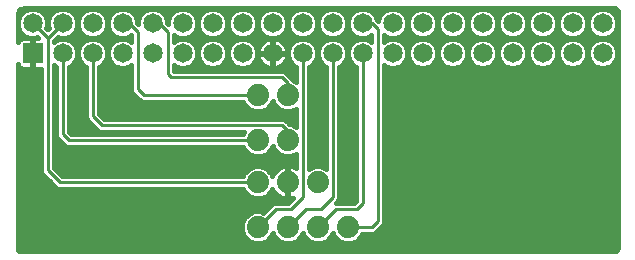
<source format=gbl>
G75*
%MOIN*%
%OFA0B0*%
%FSLAX24Y24*%
%IPPOS*%
%LPD*%
%AMOC8*
5,1,8,0,0,1.08239X$1,22.5*
%
%ADD10C,0.0650*%
%ADD11R,0.0650X0.0650*%
%ADD12C,0.0740*%
%ADD13C,0.0100*%
%ADD14C,0.0160*%
%ADD15C,0.0400*%
D10*
X002300Y007320D03*
X003300Y007320D03*
X004300Y007320D03*
X005300Y007320D03*
X006300Y007320D03*
X007300Y007320D03*
X008300Y007320D03*
X009300Y007320D03*
X010300Y007320D03*
X011300Y007320D03*
X012300Y007320D03*
X013300Y007320D03*
X014300Y007320D03*
X015300Y007320D03*
X016300Y007320D03*
X017300Y007320D03*
X018300Y007320D03*
X019300Y007320D03*
X020300Y007320D03*
X020300Y008320D03*
X019300Y008320D03*
X018300Y008320D03*
X017300Y008320D03*
X016300Y008320D03*
X015300Y008320D03*
X014300Y008320D03*
X013300Y008320D03*
X012300Y008320D03*
X011300Y008320D03*
X010300Y008320D03*
X009300Y008320D03*
X008300Y008320D03*
X007300Y008320D03*
X006300Y008320D03*
X005300Y008320D03*
X004300Y008320D03*
X003300Y008320D03*
X002300Y008320D03*
X001300Y008320D03*
D11*
X001300Y007320D03*
D12*
X008800Y005920D03*
X009800Y005920D03*
X009800Y004420D03*
X008800Y004420D03*
X008800Y003020D03*
X009800Y003020D03*
X010800Y003020D03*
X010800Y001520D03*
X009800Y001520D03*
X008800Y001520D03*
X011800Y001520D03*
D13*
X012600Y001520D01*
X012800Y001720D01*
X012800Y008120D01*
X012600Y008320D01*
X012300Y008320D01*
X012300Y007320D02*
X012300Y002320D01*
X012100Y002120D01*
X011400Y002120D01*
X010800Y001520D01*
X010400Y002120D02*
X009800Y001520D01*
X009400Y002120D02*
X008800Y001520D01*
X009400Y002120D02*
X009900Y002120D01*
X010300Y002520D01*
X010300Y007320D01*
X011300Y007320D02*
X011300Y002520D01*
X010900Y002120D01*
X010400Y002120D01*
X008800Y003020D02*
X002200Y003020D01*
X001800Y003420D01*
X001800Y007820D01*
X002300Y008320D01*
X001800Y007820D02*
X001300Y008320D01*
X002300Y007320D02*
X002300Y004620D01*
X002500Y004420D01*
X008800Y004420D01*
X009600Y004920D02*
X009800Y004720D01*
X009800Y004420D01*
X009600Y004920D02*
X003600Y004920D01*
X003300Y005220D01*
X003300Y007320D01*
X004500Y008320D02*
X004800Y008020D01*
X004800Y006120D01*
X005000Y005920D01*
X008800Y005920D01*
X009800Y005920D02*
X009800Y006320D01*
X009600Y006520D01*
X005900Y006520D01*
X005800Y006620D01*
X005800Y008020D01*
X005500Y008320D01*
X005300Y008320D01*
X004500Y008320D02*
X004300Y008320D01*
X013850Y004070D02*
X013850Y002670D01*
X013850Y004070D02*
X013955Y004175D01*
X016068Y004175D01*
D14*
X000817Y000764D02*
X000802Y000800D01*
X000800Y000820D01*
X000800Y006953D01*
X000807Y006926D01*
X000831Y006884D01*
X000864Y006851D01*
X000906Y006827D01*
X000951Y006815D01*
X001280Y006815D01*
X001280Y007300D01*
X001320Y007300D01*
X001320Y006815D01*
X001590Y006815D01*
X001590Y003333D01*
X001713Y003210D01*
X002113Y002810D01*
X008313Y002810D01*
X008351Y002720D01*
X008500Y002571D01*
X008695Y002490D01*
X008905Y002490D01*
X009100Y002571D01*
X009249Y002720D01*
X009289Y002814D01*
X009290Y002809D01*
X009330Y002732D01*
X009380Y002662D01*
X009442Y002600D01*
X009512Y002550D01*
X009589Y002510D01*
X009671Y002484D01*
X009757Y002470D01*
X009780Y002470D01*
X009780Y003000D01*
X009820Y003000D01*
X009820Y002470D01*
X009843Y002470D01*
X009929Y002484D01*
X009985Y002502D01*
X009813Y002330D01*
X009313Y002330D01*
X008996Y002013D01*
X008905Y002050D01*
X008695Y002050D01*
X008500Y001969D01*
X008351Y001820D01*
X008270Y001625D01*
X008270Y001415D01*
X008351Y001220D01*
X008500Y001071D01*
X008695Y000990D01*
X008905Y000990D01*
X009100Y001071D01*
X009249Y001220D01*
X009300Y001342D01*
X009351Y001220D01*
X009500Y001071D01*
X009695Y000990D01*
X009905Y000990D01*
X010100Y001071D01*
X010249Y001220D01*
X010300Y001342D01*
X010351Y001220D01*
X010500Y001071D01*
X010695Y000990D01*
X010905Y000990D01*
X011100Y001071D01*
X011249Y001220D01*
X011300Y001342D01*
X011351Y001220D01*
X011500Y001071D01*
X011695Y000990D01*
X011905Y000990D01*
X012100Y001071D01*
X012249Y001220D01*
X012287Y001310D01*
X012687Y001310D01*
X012810Y001433D01*
X013010Y001633D01*
X013010Y006924D01*
X013025Y006909D01*
X013204Y006835D01*
X013396Y006835D01*
X013575Y006909D01*
X013711Y007045D01*
X013785Y007224D01*
X013785Y007416D01*
X013711Y007595D01*
X013575Y007731D01*
X013396Y007805D01*
X013204Y007805D01*
X013025Y007731D01*
X013010Y007716D01*
X013010Y007924D01*
X013025Y007909D01*
X013204Y007835D01*
X013396Y007835D01*
X013575Y007909D01*
X013711Y008045D01*
X013785Y008224D01*
X013785Y008416D01*
X013711Y008595D01*
X013575Y008731D01*
X013396Y008805D01*
X013204Y008805D01*
X013025Y008731D01*
X012889Y008595D01*
X012815Y008416D01*
X012815Y008402D01*
X012774Y008443D01*
X012711Y008595D01*
X012575Y008731D01*
X012396Y008805D01*
X012204Y008805D01*
X012025Y008731D01*
X011889Y008595D01*
X011815Y008416D01*
X011815Y008224D01*
X011889Y008045D01*
X012025Y007909D01*
X012204Y007835D01*
X012396Y007835D01*
X012575Y007909D01*
X012590Y007924D01*
X012590Y007716D01*
X012575Y007731D01*
X012396Y007805D01*
X012204Y007805D01*
X012025Y007731D01*
X011889Y007595D01*
X011815Y007416D01*
X011815Y007224D01*
X011889Y007045D01*
X012025Y006909D01*
X012090Y006882D01*
X012090Y002407D01*
X012013Y002330D01*
X011407Y002330D01*
X011510Y002433D01*
X011510Y006882D01*
X011575Y006909D01*
X011711Y007045D01*
X011785Y007224D01*
X011785Y007416D01*
X011711Y007595D01*
X011575Y007731D01*
X011396Y007805D01*
X011204Y007805D01*
X011025Y007731D01*
X010889Y007595D01*
X010815Y007416D01*
X010815Y007224D01*
X010889Y007045D01*
X011025Y006909D01*
X011090Y006882D01*
X011090Y003474D01*
X010905Y003550D01*
X010695Y003550D01*
X010510Y003474D01*
X010510Y006882D01*
X010575Y006909D01*
X010711Y007045D01*
X010785Y007224D01*
X010785Y007416D01*
X010711Y007595D01*
X010575Y007731D01*
X010396Y007805D01*
X010204Y007805D01*
X010025Y007731D01*
X009889Y007595D01*
X009815Y007416D01*
X009815Y007224D01*
X009889Y007045D01*
X010025Y006909D01*
X010090Y006882D01*
X010090Y006374D01*
X010010Y006407D01*
X009887Y006530D01*
X009687Y006730D01*
X006010Y006730D01*
X006010Y006924D01*
X006025Y006909D01*
X006204Y006835D01*
X006396Y006835D01*
X006575Y006909D01*
X006711Y007045D01*
X006785Y007224D01*
X006785Y007416D01*
X006711Y007595D01*
X006575Y007731D01*
X006396Y007805D01*
X006204Y007805D01*
X006025Y007731D01*
X006010Y007716D01*
X006010Y007924D01*
X006025Y007909D01*
X006204Y007835D01*
X006396Y007835D01*
X006575Y007909D01*
X006711Y008045D01*
X006785Y008224D01*
X006785Y008416D01*
X006711Y008595D01*
X006575Y008731D01*
X006396Y008805D01*
X006204Y008805D01*
X006025Y008731D01*
X005889Y008595D01*
X005815Y008416D01*
X005815Y008302D01*
X005785Y008332D01*
X005785Y008416D01*
X005711Y008595D01*
X005575Y008731D01*
X005396Y008805D01*
X005204Y008805D01*
X005025Y008731D01*
X004889Y008595D01*
X004815Y008416D01*
X004815Y008302D01*
X004785Y008332D01*
X004785Y008416D01*
X004711Y008595D01*
X004575Y008731D01*
X004396Y008805D01*
X004204Y008805D01*
X004025Y008731D01*
X003889Y008595D01*
X003815Y008416D01*
X003815Y008224D01*
X003889Y008045D01*
X004025Y007909D01*
X004204Y007835D01*
X004396Y007835D01*
X004575Y007909D01*
X004590Y007924D01*
X004590Y007716D01*
X004575Y007731D01*
X004396Y007805D01*
X004204Y007805D01*
X004025Y007731D01*
X003889Y007595D01*
X003815Y007416D01*
X003815Y007224D01*
X003889Y007045D01*
X004025Y006909D01*
X004204Y006835D01*
X004396Y006835D01*
X004575Y006909D01*
X004590Y006924D01*
X004590Y006033D01*
X004790Y005833D01*
X004913Y005710D01*
X008313Y005710D01*
X008351Y005620D01*
X008500Y005471D01*
X008695Y005390D01*
X008905Y005390D01*
X009100Y005471D01*
X009249Y005620D01*
X009300Y005742D01*
X009351Y005620D01*
X009500Y005471D01*
X009695Y005390D01*
X009905Y005390D01*
X010090Y005466D01*
X010090Y004874D01*
X009905Y004950D01*
X009867Y004950D01*
X009687Y005130D01*
X003687Y005130D01*
X003510Y005307D01*
X003510Y006882D01*
X003575Y006909D01*
X003711Y007045D01*
X003785Y007224D01*
X003785Y007416D01*
X003711Y007595D01*
X003575Y007731D01*
X003396Y007805D01*
X003204Y007805D01*
X003025Y007731D01*
X002889Y007595D01*
X002815Y007416D01*
X002815Y007224D01*
X002889Y007045D01*
X003025Y006909D01*
X003090Y006882D01*
X003090Y005133D01*
X003390Y004833D01*
X003513Y004710D01*
X008346Y004710D01*
X008313Y004630D01*
X002587Y004630D01*
X002510Y004707D01*
X002510Y006882D01*
X002575Y006909D01*
X002711Y007045D01*
X002785Y007224D01*
X002785Y007416D01*
X002711Y007595D01*
X002575Y007731D01*
X002396Y007805D01*
X002204Y007805D01*
X002025Y007731D01*
X002010Y007716D01*
X002010Y007733D01*
X002139Y007862D01*
X002204Y007835D01*
X002396Y007835D01*
X002575Y007909D01*
X002711Y008045D01*
X002785Y008224D01*
X002785Y008416D01*
X002711Y008595D01*
X002575Y008731D01*
X002396Y008805D01*
X002204Y008805D01*
X002025Y008731D01*
X001889Y008595D01*
X001815Y008416D01*
X001815Y008224D01*
X001842Y008159D01*
X001800Y008117D01*
X001758Y008159D01*
X001785Y008224D01*
X001785Y008416D01*
X001711Y008595D01*
X001575Y008731D01*
X001396Y008805D01*
X001204Y008805D01*
X001025Y008731D01*
X000889Y008595D01*
X000815Y008416D01*
X000815Y008224D01*
X000889Y008045D01*
X001025Y007909D01*
X001204Y007835D01*
X001396Y007835D01*
X001461Y007862D01*
X001498Y007825D01*
X001320Y007825D01*
X001320Y007340D01*
X001280Y007340D01*
X001280Y007825D01*
X000951Y007825D01*
X000906Y007813D01*
X000864Y007789D01*
X000831Y007756D01*
X000807Y007714D01*
X000800Y007687D01*
X000800Y008620D01*
X000804Y008659D01*
X000834Y008731D01*
X000889Y008786D01*
X000961Y008816D01*
X001000Y008820D01*
X020700Y008820D01*
X020720Y008818D01*
X020756Y008803D01*
X020783Y008776D01*
X020798Y008740D01*
X020800Y008720D01*
X020800Y000820D01*
X020798Y000800D01*
X020783Y000764D01*
X020756Y000737D01*
X020720Y000722D01*
X020700Y000720D01*
X000900Y000720D01*
X000880Y000722D01*
X000844Y000737D01*
X000817Y000764D01*
X000800Y000837D02*
X020800Y000837D01*
X020800Y000996D02*
X011919Y000996D01*
X011681Y000996D02*
X010919Y000996D01*
X010681Y000996D02*
X009919Y000996D01*
X009681Y000996D02*
X008919Y000996D01*
X009184Y001154D02*
X009416Y001154D01*
X009312Y001313D02*
X009288Y001313D01*
X008681Y000996D02*
X000800Y000996D01*
X000800Y001154D02*
X008416Y001154D01*
X008312Y001313D02*
X000800Y001313D01*
X000800Y001471D02*
X008270Y001471D01*
X008272Y001630D02*
X000800Y001630D01*
X000800Y001788D02*
X008337Y001788D01*
X008477Y001947D02*
X000800Y001947D01*
X000800Y002105D02*
X009088Y002105D01*
X009247Y002264D02*
X000800Y002264D01*
X000800Y002422D02*
X009905Y002422D01*
X009820Y002581D02*
X009780Y002581D01*
X009780Y002739D02*
X009820Y002739D01*
X009820Y002898D02*
X009780Y002898D01*
X009780Y003040D02*
X009780Y003570D01*
X009757Y003570D01*
X009671Y003556D01*
X009589Y003530D01*
X009512Y003490D01*
X009442Y003440D01*
X009380Y003378D01*
X009330Y003308D01*
X009290Y003231D01*
X009289Y003226D01*
X009249Y003320D01*
X009100Y003469D01*
X008905Y003550D01*
X008695Y003550D01*
X008500Y003469D01*
X008351Y003320D01*
X008313Y003230D01*
X002287Y003230D01*
X002010Y003507D01*
X002010Y006924D01*
X002025Y006909D01*
X002090Y006882D01*
X002090Y004533D01*
X002290Y004333D01*
X002413Y004210D01*
X008313Y004210D01*
X008351Y004120D01*
X008500Y003971D01*
X008695Y003890D01*
X008905Y003890D01*
X009100Y003971D01*
X009249Y004120D01*
X009300Y004242D01*
X009351Y004120D01*
X009500Y003971D01*
X009695Y003890D01*
X009905Y003890D01*
X010090Y003966D01*
X010090Y003489D01*
X010088Y003490D01*
X010011Y003530D01*
X009929Y003556D01*
X009843Y003570D01*
X009820Y003570D01*
X009820Y003040D01*
X009780Y003040D01*
X009780Y003056D02*
X009820Y003056D01*
X009820Y003215D02*
X009780Y003215D01*
X009780Y003373D02*
X009820Y003373D01*
X009820Y003532D02*
X009780Y003532D01*
X009594Y003532D02*
X008950Y003532D01*
X009197Y003373D02*
X009377Y003373D01*
X010006Y003532D02*
X010090Y003532D01*
X010090Y003690D02*
X002010Y003690D01*
X002010Y003849D02*
X010090Y003849D01*
X010510Y003849D02*
X011090Y003849D01*
X011090Y003690D02*
X010510Y003690D01*
X010510Y003532D02*
X010650Y003532D01*
X010950Y003532D02*
X011090Y003532D01*
X011510Y003532D02*
X012090Y003532D01*
X012090Y003690D02*
X011510Y003690D01*
X011510Y003849D02*
X012090Y003849D01*
X012090Y004007D02*
X011510Y004007D01*
X011510Y004166D02*
X012090Y004166D01*
X012090Y004324D02*
X011510Y004324D01*
X011510Y004483D02*
X012090Y004483D01*
X012090Y004641D02*
X011510Y004641D01*
X011510Y004800D02*
X012090Y004800D01*
X012090Y004958D02*
X011510Y004958D01*
X011510Y005117D02*
X012090Y005117D01*
X012090Y005275D02*
X011510Y005275D01*
X011510Y005434D02*
X012090Y005434D01*
X012090Y005592D02*
X011510Y005592D01*
X011510Y005751D02*
X012090Y005751D01*
X012090Y005909D02*
X011510Y005909D01*
X011510Y006068D02*
X012090Y006068D01*
X012090Y006226D02*
X011510Y006226D01*
X011510Y006385D02*
X012090Y006385D01*
X012090Y006543D02*
X011510Y006543D01*
X011510Y006702D02*
X012090Y006702D01*
X012090Y006860D02*
X011510Y006860D01*
X011684Y007019D02*
X011916Y007019D01*
X011834Y007177D02*
X011766Y007177D01*
X011785Y007336D02*
X011815Y007336D01*
X011847Y007494D02*
X011753Y007494D01*
X011653Y007653D02*
X011947Y007653D01*
X011575Y007909D02*
X011711Y008045D01*
X011785Y008224D01*
X011785Y008416D01*
X011711Y008595D01*
X011575Y008731D01*
X011396Y008805D01*
X011204Y008805D01*
X011025Y008731D01*
X010889Y008595D01*
X010815Y008416D01*
X010815Y008224D01*
X010889Y008045D01*
X011025Y007909D01*
X011204Y007835D01*
X011396Y007835D01*
X011575Y007909D01*
X011635Y007970D02*
X011965Y007970D01*
X011855Y008128D02*
X011745Y008128D01*
X011785Y008287D02*
X011815Y008287D01*
X011827Y008445D02*
X011773Y008445D01*
X011702Y008604D02*
X011898Y008604D01*
X012100Y008762D02*
X011500Y008762D01*
X011100Y008762D02*
X010500Y008762D01*
X010575Y008731D02*
X010396Y008805D01*
X010204Y008805D01*
X010025Y008731D01*
X009889Y008595D01*
X009815Y008416D01*
X009815Y008224D01*
X009889Y008045D01*
X010025Y007909D01*
X010204Y007835D01*
X010396Y007835D01*
X010575Y007909D01*
X010711Y008045D01*
X010785Y008224D01*
X010785Y008416D01*
X010711Y008595D01*
X010575Y008731D01*
X010702Y008604D02*
X010898Y008604D01*
X010827Y008445D02*
X010773Y008445D01*
X010785Y008287D02*
X010815Y008287D01*
X010855Y008128D02*
X010745Y008128D01*
X010635Y007970D02*
X010965Y007970D01*
X010947Y007653D02*
X010653Y007653D01*
X010753Y007494D02*
X010847Y007494D01*
X010815Y007336D02*
X010785Y007336D01*
X010766Y007177D02*
X010834Y007177D01*
X010916Y007019D02*
X010684Y007019D01*
X010510Y006860D02*
X011090Y006860D01*
X011090Y006702D02*
X010510Y006702D01*
X010510Y006543D02*
X011090Y006543D01*
X011090Y006385D02*
X010510Y006385D01*
X010510Y006226D02*
X011090Y006226D01*
X011090Y006068D02*
X010510Y006068D01*
X010510Y005909D02*
X011090Y005909D01*
X011090Y005751D02*
X010510Y005751D01*
X010510Y005592D02*
X011090Y005592D01*
X011090Y005434D02*
X010510Y005434D01*
X010510Y005275D02*
X011090Y005275D01*
X011090Y005117D02*
X010510Y005117D01*
X010510Y004958D02*
X011090Y004958D01*
X011090Y004800D02*
X010510Y004800D01*
X010510Y004641D02*
X011090Y004641D01*
X011090Y004483D02*
X010510Y004483D01*
X010510Y004324D02*
X011090Y004324D01*
X011090Y004166D02*
X010510Y004166D01*
X010510Y004007D02*
X011090Y004007D01*
X011510Y003373D02*
X012090Y003373D01*
X012090Y003215D02*
X011510Y003215D01*
X011510Y003056D02*
X012090Y003056D01*
X012090Y002898D02*
X011510Y002898D01*
X011510Y002739D02*
X012090Y002739D01*
X012090Y002581D02*
X011510Y002581D01*
X011499Y002422D02*
X012090Y002422D01*
X013010Y002422D02*
X020800Y002422D01*
X020800Y002264D02*
X013010Y002264D01*
X013010Y002105D02*
X020800Y002105D01*
X020800Y001947D02*
X013010Y001947D01*
X013010Y001788D02*
X020800Y001788D01*
X020800Y001630D02*
X013006Y001630D01*
X012848Y001471D02*
X020800Y001471D01*
X020800Y001313D02*
X012689Y001313D01*
X012184Y001154D02*
X020800Y001154D01*
X020800Y002581D02*
X013010Y002581D01*
X013010Y002739D02*
X020800Y002739D01*
X020800Y002898D02*
X013010Y002898D01*
X013010Y003056D02*
X020800Y003056D01*
X020800Y003215D02*
X013010Y003215D01*
X013010Y003373D02*
X020800Y003373D01*
X020800Y003532D02*
X013010Y003532D01*
X013010Y003690D02*
X020800Y003690D01*
X020800Y003849D02*
X013010Y003849D01*
X013010Y004007D02*
X020800Y004007D01*
X020800Y004166D02*
X013010Y004166D01*
X013010Y004324D02*
X020800Y004324D01*
X020800Y004483D02*
X013010Y004483D01*
X013010Y004641D02*
X020800Y004641D01*
X020800Y004800D02*
X013010Y004800D01*
X013010Y004958D02*
X020800Y004958D01*
X020800Y005117D02*
X013010Y005117D01*
X013010Y005275D02*
X020800Y005275D01*
X020800Y005434D02*
X013010Y005434D01*
X013010Y005592D02*
X020800Y005592D01*
X020800Y005751D02*
X013010Y005751D01*
X013010Y005909D02*
X020800Y005909D01*
X020800Y006068D02*
X013010Y006068D01*
X013010Y006226D02*
X020800Y006226D01*
X020800Y006385D02*
X013010Y006385D01*
X013010Y006543D02*
X020800Y006543D01*
X020800Y006702D02*
X013010Y006702D01*
X013010Y006860D02*
X013143Y006860D01*
X013457Y006860D02*
X014143Y006860D01*
X014204Y006835D02*
X014025Y006909D01*
X013889Y007045D01*
X013815Y007224D01*
X013815Y007416D01*
X013889Y007595D01*
X014025Y007731D01*
X014204Y007805D01*
X014396Y007805D01*
X014575Y007731D01*
X014711Y007595D01*
X014785Y007416D01*
X014785Y007224D01*
X014711Y007045D01*
X014575Y006909D01*
X014396Y006835D01*
X014204Y006835D01*
X014457Y006860D02*
X015143Y006860D01*
X015204Y006835D02*
X015396Y006835D01*
X015575Y006909D01*
X015711Y007045D01*
X015785Y007224D01*
X015785Y007416D01*
X015711Y007595D01*
X015575Y007731D01*
X015396Y007805D01*
X015204Y007805D01*
X015025Y007731D01*
X014889Y007595D01*
X014815Y007416D01*
X014815Y007224D01*
X014889Y007045D01*
X015025Y006909D01*
X015204Y006835D01*
X015457Y006860D02*
X016143Y006860D01*
X016204Y006835D02*
X016396Y006835D01*
X016575Y006909D01*
X016711Y007045D01*
X016785Y007224D01*
X016785Y007416D01*
X016711Y007595D01*
X016575Y007731D01*
X016396Y007805D01*
X016204Y007805D01*
X016025Y007731D01*
X015889Y007595D01*
X015815Y007416D01*
X015815Y007224D01*
X015889Y007045D01*
X016025Y006909D01*
X016204Y006835D01*
X016457Y006860D02*
X017143Y006860D01*
X017204Y006835D02*
X017025Y006909D01*
X016889Y007045D01*
X016815Y007224D01*
X016815Y007416D01*
X016889Y007595D01*
X017025Y007731D01*
X017204Y007805D01*
X017396Y007805D01*
X017575Y007731D01*
X017711Y007595D01*
X017785Y007416D01*
X017785Y007224D01*
X017711Y007045D01*
X017575Y006909D01*
X017396Y006835D01*
X017204Y006835D01*
X017457Y006860D02*
X018143Y006860D01*
X018204Y006835D02*
X018396Y006835D01*
X018575Y006909D01*
X018711Y007045D01*
X018785Y007224D01*
X018785Y007416D01*
X018711Y007595D01*
X018575Y007731D01*
X018396Y007805D01*
X018204Y007805D01*
X018025Y007731D01*
X017889Y007595D01*
X017815Y007416D01*
X017815Y007224D01*
X017889Y007045D01*
X018025Y006909D01*
X018204Y006835D01*
X018457Y006860D02*
X019143Y006860D01*
X019204Y006835D02*
X019396Y006835D01*
X019575Y006909D01*
X019711Y007045D01*
X019785Y007224D01*
X019785Y007416D01*
X019711Y007595D01*
X019575Y007731D01*
X019396Y007805D01*
X019204Y007805D01*
X019025Y007731D01*
X018889Y007595D01*
X018815Y007416D01*
X018815Y007224D01*
X018889Y007045D01*
X019025Y006909D01*
X019204Y006835D01*
X019457Y006860D02*
X020143Y006860D01*
X020204Y006835D02*
X020396Y006835D01*
X020575Y006909D01*
X020711Y007045D01*
X020785Y007224D01*
X020785Y007416D01*
X020711Y007595D01*
X020575Y007731D01*
X020396Y007805D01*
X020204Y007805D01*
X020025Y007731D01*
X019889Y007595D01*
X019815Y007416D01*
X019815Y007224D01*
X019889Y007045D01*
X020025Y006909D01*
X020204Y006835D01*
X020457Y006860D02*
X020800Y006860D01*
X020800Y007019D02*
X020684Y007019D01*
X020766Y007177D02*
X020800Y007177D01*
X020785Y007336D02*
X020800Y007336D01*
X020800Y007494D02*
X020753Y007494D01*
X020800Y007653D02*
X020653Y007653D01*
X020800Y007811D02*
X013010Y007811D01*
X012590Y007811D02*
X009423Y007811D01*
X009418Y007813D02*
X009340Y007825D01*
X009320Y007825D01*
X009320Y007340D01*
X009805Y007340D01*
X009805Y007360D01*
X009793Y007438D01*
X009768Y007514D01*
X009732Y007585D01*
X009685Y007649D01*
X009629Y007705D01*
X009565Y007752D01*
X009494Y007788D01*
X009418Y007813D01*
X009396Y007835D02*
X009575Y007909D01*
X009711Y008045D01*
X009785Y008224D01*
X009785Y008416D01*
X009711Y008595D01*
X009575Y008731D01*
X009396Y008805D01*
X009204Y008805D01*
X009025Y008731D01*
X008889Y008595D01*
X008815Y008416D01*
X008815Y008224D01*
X008889Y008045D01*
X009025Y007909D01*
X009204Y007835D01*
X009396Y007835D01*
X009320Y007811D02*
X009280Y007811D01*
X009280Y007825D02*
X009260Y007825D01*
X009182Y007813D01*
X009106Y007788D01*
X009035Y007752D01*
X008971Y007705D01*
X008915Y007649D01*
X008868Y007585D01*
X008832Y007514D01*
X008807Y007438D01*
X008795Y007360D01*
X008795Y007340D01*
X009280Y007340D01*
X009280Y007825D01*
X009177Y007811D02*
X006010Y007811D01*
X006635Y007970D02*
X006965Y007970D01*
X007025Y007909D02*
X006889Y008045D01*
X006815Y008224D01*
X006815Y008416D01*
X006889Y008595D01*
X007025Y008731D01*
X007204Y008805D01*
X007396Y008805D01*
X007575Y008731D01*
X007711Y008595D01*
X007785Y008416D01*
X007785Y008224D01*
X007711Y008045D01*
X007575Y007909D01*
X007396Y007835D01*
X007204Y007835D01*
X007025Y007909D01*
X007025Y007731D02*
X007204Y007805D01*
X007396Y007805D01*
X007575Y007731D01*
X007711Y007595D01*
X007785Y007416D01*
X007785Y007224D01*
X007711Y007045D01*
X007575Y006909D01*
X007396Y006835D01*
X007204Y006835D01*
X007025Y006909D01*
X006889Y007045D01*
X006815Y007224D01*
X006815Y007416D01*
X006889Y007595D01*
X007025Y007731D01*
X006947Y007653D02*
X006653Y007653D01*
X006753Y007494D02*
X006847Y007494D01*
X006815Y007336D02*
X006785Y007336D01*
X006766Y007177D02*
X006834Y007177D01*
X006916Y007019D02*
X006684Y007019D01*
X006457Y006860D02*
X007143Y006860D01*
X007457Y006860D02*
X008143Y006860D01*
X008204Y006835D02*
X008396Y006835D01*
X008575Y006909D01*
X008711Y007045D01*
X008785Y007224D01*
X008785Y007416D01*
X008711Y007595D01*
X008575Y007731D01*
X008396Y007805D01*
X008204Y007805D01*
X008025Y007731D01*
X007889Y007595D01*
X007815Y007416D01*
X007815Y007224D01*
X007889Y007045D01*
X008025Y006909D01*
X008204Y006835D01*
X008457Y006860D02*
X009090Y006860D01*
X009106Y006852D02*
X009182Y006827D01*
X009260Y006815D01*
X009280Y006815D01*
X009280Y007300D01*
X009320Y007300D01*
X009320Y007340D01*
X009280Y007340D01*
X009280Y007300D01*
X008795Y007300D01*
X008795Y007280D01*
X008807Y007202D01*
X008832Y007126D01*
X008868Y007055D01*
X008915Y006991D01*
X008971Y006935D01*
X009035Y006888D01*
X009106Y006852D01*
X009280Y006860D02*
X009320Y006860D01*
X009320Y006815D02*
X009340Y006815D01*
X009418Y006827D01*
X009494Y006852D01*
X009565Y006888D01*
X009629Y006935D01*
X009685Y006991D01*
X009732Y007055D01*
X009768Y007126D01*
X009793Y007202D01*
X009805Y007280D01*
X009805Y007300D01*
X009320Y007300D01*
X009320Y006815D01*
X009510Y006860D02*
X010090Y006860D01*
X010090Y006702D02*
X009715Y006702D01*
X009874Y006543D02*
X010090Y006543D01*
X010010Y006407D02*
X010010Y006407D01*
X010064Y006385D02*
X010090Y006385D01*
X009916Y007019D02*
X009705Y007019D01*
X009320Y007019D02*
X009280Y007019D01*
X009280Y007177D02*
X009320Y007177D01*
X009320Y007336D02*
X009815Y007336D01*
X009834Y007177D02*
X009785Y007177D01*
X009774Y007494D02*
X009847Y007494D01*
X009947Y007653D02*
X009682Y007653D01*
X009320Y007653D02*
X009280Y007653D01*
X009280Y007494D02*
X009320Y007494D01*
X009280Y007336D02*
X008785Y007336D01*
X008766Y007177D02*
X008815Y007177D01*
X008895Y007019D02*
X008684Y007019D01*
X007916Y007019D02*
X007684Y007019D01*
X007766Y007177D02*
X007834Y007177D01*
X007815Y007336D02*
X007785Y007336D01*
X007753Y007494D02*
X007847Y007494D01*
X007947Y007653D02*
X007653Y007653D01*
X008025Y007909D02*
X008204Y007835D01*
X008396Y007835D01*
X008575Y007909D01*
X008711Y008045D01*
X008785Y008224D01*
X008785Y008416D01*
X008711Y008595D01*
X008575Y008731D01*
X008396Y008805D01*
X008204Y008805D01*
X008025Y008731D01*
X007889Y008595D01*
X007815Y008416D01*
X007815Y008224D01*
X007889Y008045D01*
X008025Y007909D01*
X007965Y007970D02*
X007635Y007970D01*
X007745Y008128D02*
X007855Y008128D01*
X007815Y008287D02*
X007785Y008287D01*
X007773Y008445D02*
X007827Y008445D01*
X007898Y008604D02*
X007702Y008604D01*
X007500Y008762D02*
X008100Y008762D01*
X008500Y008762D02*
X009100Y008762D01*
X008898Y008604D02*
X008702Y008604D01*
X008773Y008445D02*
X008827Y008445D01*
X008815Y008287D02*
X008785Y008287D01*
X008745Y008128D02*
X008855Y008128D01*
X008965Y007970D02*
X008635Y007970D01*
X008653Y007653D02*
X008918Y007653D01*
X008826Y007494D02*
X008753Y007494D01*
X009635Y007970D02*
X009965Y007970D01*
X009855Y008128D02*
X009745Y008128D01*
X009785Y008287D02*
X009815Y008287D01*
X009827Y008445D02*
X009773Y008445D01*
X009702Y008604D02*
X009898Y008604D01*
X010100Y008762D02*
X009500Y008762D01*
X007100Y008762D02*
X006500Y008762D01*
X006702Y008604D02*
X006898Y008604D01*
X006827Y008445D02*
X006773Y008445D01*
X006785Y008287D02*
X006815Y008287D01*
X006855Y008128D02*
X006745Y008128D01*
X005827Y008445D02*
X005773Y008445D01*
X005702Y008604D02*
X005898Y008604D01*
X006100Y008762D02*
X005500Y008762D01*
X005100Y008762D02*
X004500Y008762D01*
X004702Y008604D02*
X004898Y008604D01*
X004827Y008445D02*
X004773Y008445D01*
X004100Y008762D02*
X003500Y008762D01*
X003575Y008731D02*
X003396Y008805D01*
X003204Y008805D01*
X003025Y008731D01*
X002889Y008595D01*
X002815Y008416D01*
X002815Y008224D01*
X002889Y008045D01*
X003025Y007909D01*
X003204Y007835D01*
X003396Y007835D01*
X003575Y007909D01*
X003711Y008045D01*
X003785Y008224D01*
X003785Y008416D01*
X003711Y008595D01*
X003575Y008731D01*
X003702Y008604D02*
X003898Y008604D01*
X003827Y008445D02*
X003773Y008445D01*
X003785Y008287D02*
X003815Y008287D01*
X003855Y008128D02*
X003745Y008128D01*
X003635Y007970D02*
X003965Y007970D01*
X004590Y007811D02*
X002088Y007811D01*
X001811Y008128D02*
X001789Y008128D01*
X001785Y008287D02*
X001815Y008287D01*
X001827Y008445D02*
X001773Y008445D01*
X001702Y008604D02*
X001898Y008604D01*
X002100Y008762D02*
X001500Y008762D01*
X001100Y008762D02*
X000865Y008762D01*
X000898Y008604D02*
X000800Y008604D01*
X000800Y008445D02*
X000827Y008445D01*
X000815Y008287D02*
X000800Y008287D01*
X000800Y008128D02*
X000855Y008128D01*
X000800Y007970D02*
X000965Y007970D01*
X000903Y007811D02*
X000800Y007811D01*
X001280Y007811D02*
X001320Y007811D01*
X001320Y007653D02*
X001280Y007653D01*
X001280Y007494D02*
X001320Y007494D01*
X001320Y007177D02*
X001280Y007177D01*
X001280Y007019D02*
X001320Y007019D01*
X001320Y006860D02*
X001280Y006860D01*
X001590Y006702D02*
X000800Y006702D01*
X000800Y006860D02*
X000855Y006860D01*
X000800Y006543D02*
X001590Y006543D01*
X001590Y006385D02*
X000800Y006385D01*
X000800Y006226D02*
X001590Y006226D01*
X001590Y006068D02*
X000800Y006068D01*
X000800Y005909D02*
X001590Y005909D01*
X001590Y005751D02*
X000800Y005751D01*
X000800Y005592D02*
X001590Y005592D01*
X001590Y005434D02*
X000800Y005434D01*
X000800Y005275D02*
X001590Y005275D01*
X001590Y005117D02*
X000800Y005117D01*
X000800Y004958D02*
X001590Y004958D01*
X001590Y004800D02*
X000800Y004800D01*
X000800Y004641D02*
X001590Y004641D01*
X001590Y004483D02*
X000800Y004483D01*
X000800Y004324D02*
X001590Y004324D01*
X001590Y004166D02*
X000800Y004166D01*
X000800Y004007D02*
X001590Y004007D01*
X001590Y003849D02*
X000800Y003849D01*
X000800Y003690D02*
X001590Y003690D01*
X001590Y003532D02*
X000800Y003532D01*
X000800Y003373D02*
X001590Y003373D01*
X001709Y003215D02*
X000800Y003215D01*
X000800Y003056D02*
X001867Y003056D01*
X002026Y002898D02*
X000800Y002898D01*
X000800Y002739D02*
X008343Y002739D01*
X008490Y002581D02*
X000800Y002581D01*
X002144Y003373D02*
X008403Y003373D01*
X008650Y003532D02*
X002010Y003532D01*
X002010Y004007D02*
X008463Y004007D01*
X008332Y004166D02*
X002010Y004166D01*
X002010Y004324D02*
X002299Y004324D01*
X002141Y004483D02*
X002010Y004483D01*
X002010Y004641D02*
X002090Y004641D01*
X002090Y004800D02*
X002010Y004800D01*
X002010Y004958D02*
X002090Y004958D01*
X002090Y005117D02*
X002010Y005117D01*
X002010Y005275D02*
X002090Y005275D01*
X002090Y005434D02*
X002010Y005434D01*
X002010Y005592D02*
X002090Y005592D01*
X002090Y005751D02*
X002010Y005751D01*
X002010Y005909D02*
X002090Y005909D01*
X002090Y006068D02*
X002010Y006068D01*
X002010Y006226D02*
X002090Y006226D01*
X002090Y006385D02*
X002010Y006385D01*
X002010Y006543D02*
X002090Y006543D01*
X002090Y006702D02*
X002010Y006702D01*
X002010Y006860D02*
X002090Y006860D01*
X002510Y006860D02*
X003090Y006860D01*
X003090Y006702D02*
X002510Y006702D01*
X002510Y006543D02*
X003090Y006543D01*
X003090Y006385D02*
X002510Y006385D01*
X002510Y006226D02*
X003090Y006226D01*
X003090Y006068D02*
X002510Y006068D01*
X002510Y005909D02*
X003090Y005909D01*
X003090Y005751D02*
X002510Y005751D01*
X002510Y005592D02*
X003090Y005592D01*
X003090Y005434D02*
X002510Y005434D01*
X002510Y005275D02*
X003090Y005275D01*
X003107Y005117D02*
X002510Y005117D01*
X002510Y004958D02*
X003265Y004958D01*
X003424Y004800D02*
X002510Y004800D01*
X002576Y004641D02*
X008318Y004641D01*
X009268Y004166D02*
X009332Y004166D01*
X009463Y004007D02*
X009137Y004007D01*
X009859Y004958D02*
X010090Y004958D01*
X010090Y005117D02*
X009700Y005117D01*
X010090Y005275D02*
X003542Y005275D01*
X003510Y005434D02*
X008590Y005434D01*
X008378Y005592D02*
X003510Y005592D01*
X003510Y005751D02*
X004873Y005751D01*
X004714Y005909D02*
X003510Y005909D01*
X003510Y006068D02*
X004590Y006068D01*
X004590Y006226D02*
X003510Y006226D01*
X003510Y006385D02*
X004590Y006385D01*
X004590Y006543D02*
X003510Y006543D01*
X003510Y006702D02*
X004590Y006702D01*
X004590Y006860D02*
X004457Y006860D01*
X004143Y006860D02*
X003510Y006860D01*
X003684Y007019D02*
X003916Y007019D01*
X003834Y007177D02*
X003766Y007177D01*
X003785Y007336D02*
X003815Y007336D01*
X003847Y007494D02*
X003753Y007494D01*
X003653Y007653D02*
X003947Y007653D01*
X002947Y007653D02*
X002653Y007653D01*
X002753Y007494D02*
X002847Y007494D01*
X002815Y007336D02*
X002785Y007336D01*
X002766Y007177D02*
X002834Y007177D01*
X002916Y007019D02*
X002684Y007019D01*
X002635Y007970D02*
X002965Y007970D01*
X002855Y008128D02*
X002745Y008128D01*
X002785Y008287D02*
X002815Y008287D01*
X002827Y008445D02*
X002773Y008445D01*
X002702Y008604D02*
X002898Y008604D01*
X003100Y008762D02*
X002500Y008762D01*
X006010Y006860D02*
X006143Y006860D01*
X009010Y005434D02*
X009590Y005434D01*
X009378Y005592D02*
X009222Y005592D01*
X010010Y005434D02*
X010090Y005434D01*
X013684Y007019D02*
X013916Y007019D01*
X013834Y007177D02*
X013766Y007177D01*
X013785Y007336D02*
X013815Y007336D01*
X013847Y007494D02*
X013753Y007494D01*
X013653Y007653D02*
X013947Y007653D01*
X014025Y007909D02*
X014204Y007835D01*
X014396Y007835D01*
X014575Y007909D01*
X014711Y008045D01*
X014785Y008224D01*
X014785Y008416D01*
X014711Y008595D01*
X014575Y008731D01*
X014396Y008805D01*
X014204Y008805D01*
X014025Y008731D01*
X013889Y008595D01*
X013815Y008416D01*
X013815Y008224D01*
X013889Y008045D01*
X014025Y007909D01*
X013965Y007970D02*
X013635Y007970D01*
X013745Y008128D02*
X013855Y008128D01*
X013815Y008287D02*
X013785Y008287D01*
X013773Y008445D02*
X013827Y008445D01*
X013898Y008604D02*
X013702Y008604D01*
X013500Y008762D02*
X014100Y008762D01*
X014500Y008762D02*
X015100Y008762D01*
X015025Y008731D02*
X015204Y008805D01*
X015396Y008805D01*
X015575Y008731D01*
X015711Y008595D01*
X015785Y008416D01*
X015785Y008224D01*
X015711Y008045D01*
X015575Y007909D01*
X015396Y007835D01*
X015204Y007835D01*
X015025Y007909D01*
X014889Y008045D01*
X014815Y008224D01*
X014815Y008416D01*
X014889Y008595D01*
X015025Y008731D01*
X014898Y008604D02*
X014702Y008604D01*
X014773Y008445D02*
X014827Y008445D01*
X014815Y008287D02*
X014785Y008287D01*
X014745Y008128D02*
X014855Y008128D01*
X014965Y007970D02*
X014635Y007970D01*
X014653Y007653D02*
X014947Y007653D01*
X014847Y007494D02*
X014753Y007494D01*
X014785Y007336D02*
X014815Y007336D01*
X014834Y007177D02*
X014766Y007177D01*
X014684Y007019D02*
X014916Y007019D01*
X015684Y007019D02*
X015916Y007019D01*
X015834Y007177D02*
X015766Y007177D01*
X015785Y007336D02*
X015815Y007336D01*
X015847Y007494D02*
X015753Y007494D01*
X015653Y007653D02*
X015947Y007653D01*
X016025Y007909D02*
X016204Y007835D01*
X016396Y007835D01*
X016575Y007909D01*
X016711Y008045D01*
X016785Y008224D01*
X016785Y008416D01*
X016711Y008595D01*
X016575Y008731D01*
X016396Y008805D01*
X016204Y008805D01*
X016025Y008731D01*
X015889Y008595D01*
X015815Y008416D01*
X015815Y008224D01*
X015889Y008045D01*
X016025Y007909D01*
X015965Y007970D02*
X015635Y007970D01*
X015745Y008128D02*
X015855Y008128D01*
X015815Y008287D02*
X015785Y008287D01*
X015773Y008445D02*
X015827Y008445D01*
X015898Y008604D02*
X015702Y008604D01*
X015500Y008762D02*
X016100Y008762D01*
X016500Y008762D02*
X017100Y008762D01*
X017025Y008731D02*
X016889Y008595D01*
X016815Y008416D01*
X016815Y008224D01*
X016889Y008045D01*
X017025Y007909D01*
X017204Y007835D01*
X017396Y007835D01*
X017575Y007909D01*
X017711Y008045D01*
X017785Y008224D01*
X017785Y008416D01*
X017711Y008595D01*
X017575Y008731D01*
X017396Y008805D01*
X017204Y008805D01*
X017025Y008731D01*
X016898Y008604D02*
X016702Y008604D01*
X016773Y008445D02*
X016827Y008445D01*
X016815Y008287D02*
X016785Y008287D01*
X016745Y008128D02*
X016855Y008128D01*
X016965Y007970D02*
X016635Y007970D01*
X016653Y007653D02*
X016947Y007653D01*
X016847Y007494D02*
X016753Y007494D01*
X016785Y007336D02*
X016815Y007336D01*
X016834Y007177D02*
X016766Y007177D01*
X016684Y007019D02*
X016916Y007019D01*
X017684Y007019D02*
X017916Y007019D01*
X017834Y007177D02*
X017766Y007177D01*
X017785Y007336D02*
X017815Y007336D01*
X017847Y007494D02*
X017753Y007494D01*
X017653Y007653D02*
X017947Y007653D01*
X018025Y007909D02*
X018204Y007835D01*
X018396Y007835D01*
X018575Y007909D01*
X018711Y008045D01*
X018785Y008224D01*
X018785Y008416D01*
X018711Y008595D01*
X018575Y008731D01*
X018396Y008805D01*
X018204Y008805D01*
X018025Y008731D01*
X017889Y008595D01*
X017815Y008416D01*
X017815Y008224D01*
X017889Y008045D01*
X018025Y007909D01*
X017965Y007970D02*
X017635Y007970D01*
X017745Y008128D02*
X017855Y008128D01*
X017815Y008287D02*
X017785Y008287D01*
X017773Y008445D02*
X017827Y008445D01*
X017898Y008604D02*
X017702Y008604D01*
X017500Y008762D02*
X018100Y008762D01*
X018500Y008762D02*
X019100Y008762D01*
X019025Y008731D02*
X019204Y008805D01*
X019396Y008805D01*
X019575Y008731D01*
X019711Y008595D01*
X019785Y008416D01*
X019785Y008224D01*
X019711Y008045D01*
X019575Y007909D01*
X019396Y007835D01*
X019204Y007835D01*
X019025Y007909D01*
X018889Y008045D01*
X018815Y008224D01*
X018815Y008416D01*
X018889Y008595D01*
X019025Y008731D01*
X018898Y008604D02*
X018702Y008604D01*
X018773Y008445D02*
X018827Y008445D01*
X018815Y008287D02*
X018785Y008287D01*
X018745Y008128D02*
X018855Y008128D01*
X018965Y007970D02*
X018635Y007970D01*
X018653Y007653D02*
X018947Y007653D01*
X018847Y007494D02*
X018753Y007494D01*
X018785Y007336D02*
X018815Y007336D01*
X018834Y007177D02*
X018766Y007177D01*
X018684Y007019D02*
X018916Y007019D01*
X019684Y007019D02*
X019916Y007019D01*
X019834Y007177D02*
X019766Y007177D01*
X019785Y007336D02*
X019815Y007336D01*
X019847Y007494D02*
X019753Y007494D01*
X019653Y007653D02*
X019947Y007653D01*
X020025Y007909D02*
X020204Y007835D01*
X020396Y007835D01*
X020575Y007909D01*
X020711Y008045D01*
X020785Y008224D01*
X020785Y008416D01*
X020711Y008595D01*
X020575Y008731D01*
X020396Y008805D01*
X020204Y008805D01*
X020025Y008731D01*
X019889Y008595D01*
X019815Y008416D01*
X019815Y008224D01*
X019889Y008045D01*
X020025Y007909D01*
X019965Y007970D02*
X019635Y007970D01*
X019745Y008128D02*
X019855Y008128D01*
X019815Y008287D02*
X019785Y008287D01*
X019773Y008445D02*
X019827Y008445D01*
X019898Y008604D02*
X019702Y008604D01*
X019500Y008762D02*
X020100Y008762D01*
X020500Y008762D02*
X020789Y008762D01*
X020800Y008604D02*
X020702Y008604D01*
X020773Y008445D02*
X020800Y008445D01*
X020785Y008287D02*
X020800Y008287D01*
X020800Y008128D02*
X020745Y008128D01*
X020800Y007970D02*
X020635Y007970D01*
X013100Y008762D02*
X012500Y008762D01*
X012702Y008604D02*
X012898Y008604D01*
X012827Y008445D02*
X012773Y008445D01*
X009326Y002739D02*
X009257Y002739D01*
X009110Y002581D02*
X009469Y002581D01*
X010288Y001313D02*
X010312Y001313D01*
X010416Y001154D02*
X010184Y001154D01*
X011184Y001154D02*
X011416Y001154D01*
X011312Y001313D02*
X011288Y001313D01*
D15*
X013850Y002670D03*
X016068Y004175D03*
X019400Y006020D03*
X018500Y001920D03*
X002000Y001320D03*
M02*

</source>
